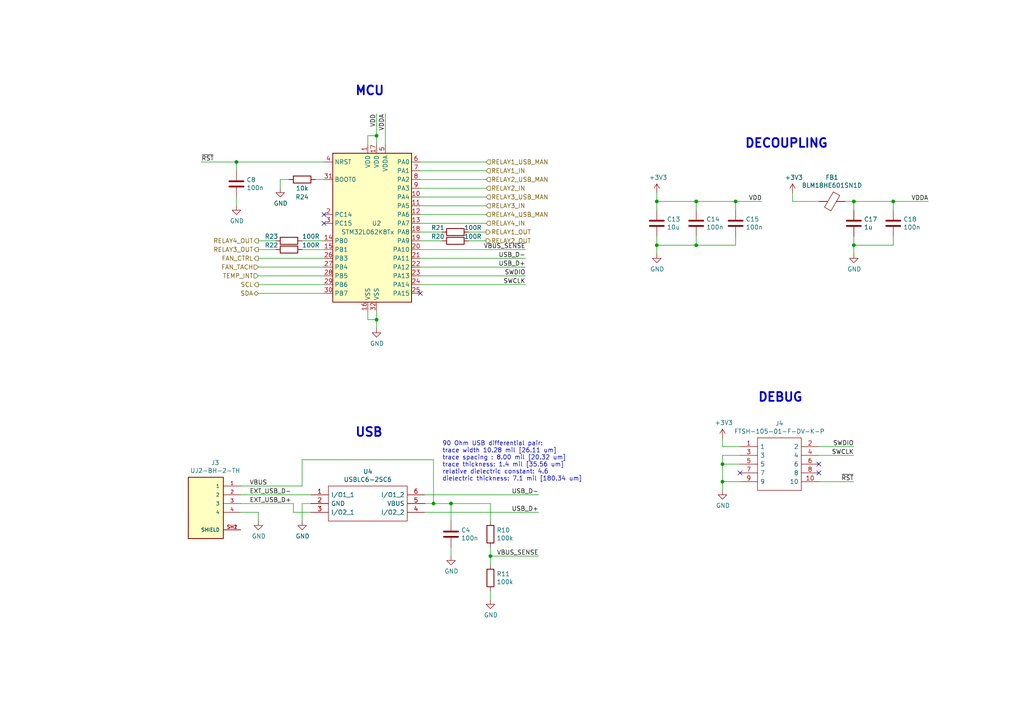
<source format=kicad_sch>
(kicad_sch (version 20211123) (generator eeschema)
  (paper "A4")
  (title_block (title "PRS MCU") (date "2021-10-12") (rev "1.0") (company "Deeply Embedded OÜ") (comment 1 "Designed by: Priit Tänav"))
  (lib_symbols
    (symbol "Device:C" (pin_numbers hide) (pin_names (offset 0.254))
      (property "Reference" "C" (at 0.635 2.54 0))
      (property "Value" "C" (at 0.635 -2.54 0))
      (symbol "C_0_1"
        (polyline (pts (xy -2.032 -0.762) (xy 2.032 -0.762)) (stroke (width 0.508)))
        (polyline (pts (xy -2.032 0.762) (xy 2.032 0.762)) (stroke (width 0.508)))
      )
      (symbol "C_1_1"
        (pin passive line (at 0 3.81 270) (length 2.794) (name "~") (number "1"))
        (pin passive line (at 0 -3.81 90) (length 2.794) (name "~") (number "2"))
      )
    )
    (symbol "Device:R" (pin_numbers hide) (pin_names (offset 0))
      (property "Reference" "R" (at 2.032 0 90))
      (property "Value" "R" (at 0 0 90))
      (symbol "R_0_1"
        (rectangle (start -1.016 -2.54) (end 1.016 2.54) (stroke (width 0.254)))
      )
      (symbol "R_1_1"
        (pin passive line (at 0 3.81 270) (length 1.27) (name "~") (number "1"))
        (pin passive line (at 0 -3.81 90) (length 1.27) (name "~") (number "2"))
      )
    )
    (symbol "FTSH-105-01-F-DV-K-P:FTSH-105-01-F-DV-K-P" (pin_names (offset 0.762))
      (property "Reference" "J" (at 19.05 7.62 0))
      (property "Value" "FTSH-105-01-F-DV-K-P" (at 19.05 5.08 0))
      (symbol "FTSH-105-01-F-DV-K-P_0_0"
        (pin passive line (at 0 0 0) (length 5.08) (name "1") (number "1"))
        (pin passive line (at 22.86 -10.16 180) (length 5.08) (name "10") (number "10"))
        (pin passive line (at 22.86 0 180) (length 5.08) (name "2") (number "2"))
        (pin passive line (at 0 -2.54 0) (length 5.08) (name "3") (number "3"))
        (pin passive line (at 22.86 -2.54 180) (length 5.08) (name "4") (number "4"))
        (pin passive line (at 0 -5.08 0) (length 5.08) (name "5") (number "5"))
        (pin passive line (at 22.86 -5.08 180) (length 5.08) (name "6") (number "6"))
        (pin passive line (at 0 -7.62 0) (length 5.08) (name "7") (number "7"))
        (pin passive line (at 22.86 -7.62 180) (length 5.08) (name "8") (number "8"))
        (pin passive line (at 0 -10.16 0) (length 5.08) (name "9") (number "9"))
      )
      (symbol "FTSH-105-01-F-DV-K-P_0_1"
        (polyline (pts (xy 5.08 2.54) (xy 17.78 2.54) (xy 17.78 -12.7) (xy 5.08 -12.7) (xy 5.08 2.54)) (stroke (width 0.1524)))
      )
    )
    (symbol "MCU_ST_STM32L0:STM32L062K8Tx"
      (property "Reference" "U" (at -12.7 21.59 0))
      (property "Value" "STM32L062K8Tx" (at 5.08 21.59 0))
      (symbol "STM32L062K8Tx_0_1"
        (rectangle (start -12.7 -22.86) (end 10.16 20.32) (stroke (width 0.254)) (fill (type background)))
      )
      (symbol "STM32L062K8Tx_1_1"
        (pin power_in line (at -2.54 22.86 270) (length 2.54) (name "VDD") (number "1"))
        (pin bidirectional line (at 12.7 7.62 180) (length 2.54) (name "PA4") (number "10"))
        (pin bidirectional line (at 12.7 5.08 180) (length 2.54) (name "PA5") (number "11"))
        (pin bidirectional line (at 12.7 2.54 180) (length 2.54) (name "PA6") (number "12"))
        (pin bidirectional line (at 12.7 0 180) (length 2.54) (name "PA7") (number "13"))
        (pin bidirectional line (at -15.24 -5.08 0) (length 2.54) (name "PB0") (number "14"))
        (pin bidirectional line (at -15.24 -7.62 0) (length 2.54) (name "PB1") (number "15"))
        (pin power_in line (at -2.54 -25.4 90) (length 2.54) (name "VSS") (number "16"))
        (pin power_in line (at 0 22.86 270) (length 2.54) (name "VDD") (number "17"))
        (pin bidirectional line (at 12.7 -2.54 180) (length 2.54) (name "PA8") (number "18"))
        (pin bidirectional line (at 12.7 -5.08 180) (length 2.54) (name "PA9") (number "19"))
        (pin bidirectional line (at -15.24 2.54 0) (length 2.54) (name "PC14") (number "2"))
        (pin bidirectional line (at 12.7 -7.62 180) (length 2.54) (name "PA10") (number "20"))
        (pin bidirectional line (at 12.7 -10.16 180) (length 2.54) (name "PA11") (number "21"))
        (pin bidirectional line (at 12.7 -12.7 180) (length 2.54) (name "PA12") (number "22"))
        (pin bidirectional line (at 12.7 -15.24 180) (length 2.54) (name "PA13") (number "23"))
        (pin bidirectional line (at 12.7 -17.78 180) (length 2.54) (name "PA14") (number "24"))
        (pin bidirectional line (at 12.7 -20.32 180) (length 2.54) (name "PA15") (number "25"))
        (pin bidirectional line (at -15.24 -10.16 0) (length 2.54) (name "PB3") (number "26"))
        (pin bidirectional line (at -15.24 -12.7 0) (length 2.54) (name "PB4") (number "27"))
        (pin bidirectional line (at -15.24 -15.24 0) (length 2.54) (name "PB5") (number "28"))
        (pin bidirectional line (at -15.24 -17.78 0) (length 2.54) (name "PB6") (number "29"))
        (pin bidirectional line (at -15.24 0 0) (length 2.54) (name "PC15") (number "3"))
        (pin bidirectional line (at -15.24 -20.32 0) (length 2.54) (name "PB7") (number "30"))
        (pin input line (at -15.24 12.7 0) (length 2.54) (name "BOOT0") (number "31"))
        (pin power_in line (at 0 -25.4 90) (length 2.54) (name "VSS") (number "32"))
        (pin input line (at -15.24 17.78 0) (length 2.54) (name "NRST") (number "4"))
        (pin power_in line (at 2.54 22.86 270) (length 2.54) (name "VDDA") (number "5"))
        (pin bidirectional line (at 12.7 17.78 180) (length 2.54) (name "PA0") (number "6"))
        (pin bidirectional line (at 12.7 15.24 180) (length 2.54) (name "PA1") (number "7"))
        (pin bidirectional line (at 12.7 12.7 180) (length 2.54) (name "PA2") (number "8"))
        (pin bidirectional line (at 12.7 10.16 180) (length 2.54) (name "PA3") (number "9"))
      )
    )
    (symbol "PRS_relay_board-rescue:+3.3V-power" (power) (pin_names (offset 0))
      (property "Value" "+3.3V-power" (at 0 3.556 0))
      (symbol "+3.3V-power_0_1"
        (polyline (pts (xy -0.762 1.27) (xy 0 2.54)))
        (polyline (pts (xy 0 0) (xy 0 2.54)))
        (polyline (pts (xy 0 2.54) (xy 0.762 1.27)))
      )
      (symbol "+3.3V-power_1_1"
        (pin power_in line (at 0 0 90) (length 0) hide (name "+3V3") (number "1"))
      )
    )
    (symbol "PRS_relay_board-rescue:Ferrite_Bead-Device" (pin_numbers hide) (pin_names (offset 0))
      (property "Reference" "FB" (at -3.81 0.635 90))
      (property "Value" "Ferrite_Bead-Device" (at 3.81 0 90))
      (symbol "Ferrite_Bead-Device_0_1"
        (polyline (pts (xy 0 -1.27) (xy 0 -1.2192)))
        (polyline (pts (xy 0 1.27) (xy 0 1.2954)))
        (polyline (pts (xy -2.7686 0.4064) (xy -1.7018 2.2606) (xy 2.7686 -0.3048) (xy 1.6764 -2.159) (xy -2.7686 0.4064)))
      )
      (symbol "Ferrite_Bead-Device_1_1"
        (pin passive line (at 0 3.81 270) (length 2.54) (name "~") (number "1"))
        (pin passive line (at 0 -3.81 90) (length 2.54) (name "~") (number "2"))
      )
    )
    (symbol "UJ2-BH-2-TH:UJ2-BH-2-TH" (pin_names (offset 1.016))
      (property "Reference" "J" (at -5.08 7.62 0))
      (property "Value" "UJ2-BH-2-TH" (at -5.08 -12.7254 0))
      (symbol "UJ2-BH-2-TH_0_0"
        (rectangle (start -5.08 -10.16) (end 5.08 7.62) (stroke (width 0.254)) (fill (type background)))
        (pin passive line (at 10.16 5.08 180) (length 5.08) (name "1") (number "1"))
        (pin passive line (at 10.16 2.54 180) (length 5.08) (name "2") (number "2"))
        (pin passive line (at 10.16 0 180) (length 5.08) (name "3") (number "3"))
        (pin passive line (at 10.16 -2.54 180) (length 5.08) (name "4") (number "4"))
        (pin passive line (at 10.16 -7.62 180) (length 5.08) (name "SHIELD") (number "SH1"))
        (pin passive line (at 10.16 -7.62 180) (length 5.08) (name "SHIELD") (number "SH2"))
      )
    )
    (symbol "USBLC6-2SC6:USBLC6-2SC6" (pin_names (offset 0.762))
      (property "Reference" "IC" (at 29.21 7.62 0))
      (property "Value" "USBLC6-2SC6" (at 29.21 5.08 0))
      (symbol "USBLC6-2SC6_0_0"
        (pin passive line (at 0 0 0) (length 5.08) (name "I/O1_1") (number "1"))
        (pin passive line (at 0 -2.54 0) (length 5.08) (name "GND") (number "2"))
        (pin passive line (at 0 -5.08 0) (length 5.08) (name "I/O2_1") (number "3"))
        (pin passive line (at 33.02 -5.08 180) (length 5.08) (name "I/O2_2") (number "4"))
        (pin passive line (at 33.02 -2.54 180) (length 5.08) (name "VBUS") (number "5"))
        (pin passive line (at 33.02 0 180) (length 5.08) (name "I/O1_2") (number "6"))
      )
      (symbol "USBLC6-2SC6_0_1"
        (polyline (pts (xy 5.08 2.54) (xy 27.94 2.54) (xy 27.94 -7.62) (xy 5.08 -7.62) (xy 5.08 2.54)) (stroke (width 0.1524)))
      )
    )
    (symbol "power:GND" (power) (pin_names (offset 0))
      (property "Value" "GND" (at 0 -3.81 0))
      (symbol "GND_0_1"
        (polyline (pts (xy 0 0) (xy 0 -1.27) (xy 1.27 -1.27) (xy 0 -2.54) (xy -1.27 -1.27) (xy 0 -1.27)))
      )
      (symbol "GND_1_1"
        (pin power_in line (at 0 0 270) (length 0) hide (name "GND") (number "1"))
      )
    )
  )
  (junction (at 209.55 139.7))
  (junction (at 201.93 71.12))
  (junction (at 259.08 58.42))
  (junction (at 109.22 92.71))
  (junction (at 142.24 161.29))
  (junction (at 68.58 46.99))
  (junction (at 247.65 71.12))
  (junction (at 247.65 58.42))
  (junction (at 130.81 146.05))
  (junction (at 209.55 134.62))
  (junction (at 109.22 39.37))
  (junction (at 190.5 71.12))
  (junction (at 213.36 58.42))
  (junction (at 201.93 58.42))
  (junction (at 125.73 146.05))
  (junction (at 190.5 58.42))
  (no_connect (at 237.49 134.62))
  (no_connect (at 237.49 137.16))
  (no_connect (at 121.92 85.09))
  (no_connect (at 93.98 64.77))
  (no_connect (at 93.98 62.23))
  (no_connect (at 214.63 137.16))
  (wire (pts (xy 81.28 52.07) (xy 81.28 54.61)))
  (wire (pts (xy 106.68 92.71) (xy 109.22 92.71)))
  (wire (pts (xy 140.97 59.69) (xy 121.92 59.69)))
  (wire (pts (xy 125.73 133.35) (xy 125.73 146.05)))
  (wire (pts (xy 109.22 39.37) (xy 109.22 41.91)))
  (wire (pts (xy 209.55 129.54) (xy 209.55 127)))
  (wire (pts (xy 109.22 92.71) (xy 109.22 95.25)))
  (wire (pts (xy 237.49 139.7) (xy 247.65 139.7)))
  (wire (pts (xy 259.08 71.12) (xy 259.08 68.58)))
  (wire (pts (xy 213.36 58.42) (xy 213.36 60.96)))
  (wire (pts (xy 93.98 85.09) (xy 74.93 85.09)))
  (wire (pts (xy 90.17 143.51) (xy 69.85 143.51)))
  (wire (pts (xy 87.63 146.05) (xy 87.63 151.13)))
  (wire (pts (xy 109.22 92.71) (xy 109.22 90.17)))
  (wire (pts (xy 201.93 58.42) (xy 213.36 58.42)))
  (wire (pts (xy 237.49 132.08) (xy 247.65 132.08)))
  (wire (pts (xy 87.63 133.35) (xy 125.73 133.35)))
  (wire (pts (xy 93.98 80.01) (xy 74.93 80.01)))
  (wire (pts (xy 123.19 146.05) (xy 125.73 146.05)))
  (wire (pts (xy 68.58 46.99) (xy 93.98 46.99)))
  (wire (pts (xy 229.87 55.88) (xy 229.87 58.42)))
  (wire (pts (xy 74.93 77.47) (xy 93.98 77.47)))
  (wire (pts (xy 214.63 132.08) (xy 209.55 132.08)))
  (wire (pts (xy 80.01 69.85) (xy 74.93 69.85)))
  (wire (pts (xy 190.5 71.12) (xy 190.5 68.58)))
  (wire (pts (xy 83.82 52.07) (xy 81.28 52.07)))
  (wire (pts (xy 121.92 74.93) (xy 152.4 74.93)))
  (wire (pts (xy 121.92 54.61) (xy 140.97 54.61)))
  (wire (pts (xy 90.17 146.05) (xy 87.63 146.05)))
  (wire (pts (xy 111.76 41.91) (xy 111.76 33.02)))
  (wire (pts (xy 121.92 80.01) (xy 152.4 80.01)))
  (wire (pts (xy 106.68 41.91) (xy 106.68 39.37)))
  (wire (pts (xy 201.93 68.58) (xy 201.93 71.12)))
  (wire (pts (xy 214.63 129.54) (xy 209.55 129.54)))
  (wire (pts (xy 142.24 171.45) (xy 142.24 173.99)))
  (wire (pts (xy 140.97 46.99) (xy 121.92 46.99)))
  (wire (pts (xy 130.81 146.05) (xy 142.24 146.05)))
  (wire (pts (xy 121.92 57.15) (xy 140.97 57.15)))
  (wire (pts (xy 190.5 58.42) (xy 201.93 58.42)))
  (wire (pts (xy 123.19 143.51) (xy 156.21 143.51)))
  (wire (pts (xy 140.97 49.53) (xy 121.92 49.53)))
  (wire (pts (xy 247.65 68.58) (xy 247.65 71.12)))
  (wire (pts (xy 85.09 146.05) (xy 85.09 148.59)))
  (wire (pts (xy 247.65 71.12) (xy 247.65 73.66)))
  (wire (pts (xy 128.27 69.85) (xy 121.92 69.85)))
  (wire (pts (xy 237.49 129.54) (xy 247.65 129.54)))
  (wire (pts (xy 247.65 71.12) (xy 259.08 71.12)))
  (wire (pts (xy 128.27 67.31) (xy 121.92 67.31)))
  (wire (pts (xy 201.93 71.12) (xy 190.5 71.12)))
  (wire (pts (xy 140.97 52.07) (xy 121.92 52.07)))
  (wire (pts (xy 214.63 134.62) (xy 209.55 134.62)))
  (wire (pts (xy 130.81 161.29) (xy 130.81 158.75)))
  (wire (pts (xy 93.98 74.93) (xy 74.93 74.93)))
  (wire (pts (xy 106.68 90.17) (xy 106.68 92.71)))
  (wire (pts (xy 142.24 158.75) (xy 142.24 161.29)))
  (wire (pts (xy 90.17 148.59) (xy 85.09 148.59)))
  (wire (pts (xy 123.19 148.59) (xy 156.21 148.59)))
  (wire (pts (xy 190.5 60.96) (xy 190.5 58.42)))
  (wire (pts (xy 190.5 71.12) (xy 190.5 73.66)))
  (wire (pts (xy 121.92 82.55) (xy 152.4 82.55)))
  (wire (pts (xy 142.24 161.29) (xy 156.21 161.29)))
  (wire (pts (xy 201.93 71.12) (xy 213.36 71.12)))
  (wire (pts (xy 209.55 132.08) (xy 209.55 134.62)))
  (wire (pts (xy 247.65 58.42) (xy 259.08 58.42)))
  (wire (pts (xy 121.92 77.47) (xy 152.4 77.47)))
  (wire (pts (xy 121.92 72.39) (xy 152.4 72.39)))
  (wire (pts (xy 106.68 39.37) (xy 109.22 39.37)))
  (wire (pts (xy 247.65 58.42) (xy 247.65 60.96)))
  (wire (pts (xy 68.58 59.69) (xy 68.58 57.15)))
  (wire (pts (xy 69.85 140.97) (xy 87.63 140.97)))
  (wire (pts (xy 140.97 62.23) (xy 121.92 62.23)))
  (wire (pts (xy 259.08 58.42) (xy 259.08 60.96)))
  (wire (pts (xy 247.65 58.42) (xy 245.11 58.42)))
  (wire (pts (xy 142.24 146.05) (xy 142.24 151.13)))
  (wire (pts (xy 213.36 58.42) (xy 220.98 58.42)))
  (wire (pts (xy 74.93 148.59) (xy 74.93 151.13)))
  (wire (pts (xy 69.85 146.05) (xy 85.09 146.05)))
  (wire (pts (xy 87.63 133.35) (xy 87.63 140.97)))
  (wire (pts (xy 87.63 72.39) (xy 93.98 72.39)))
  (wire (pts (xy 121.92 64.77) (xy 140.97 64.77)))
  (wire (pts (xy 140.97 67.31) (xy 135.89 67.31)))
  (wire (pts (xy 213.36 68.58) (xy 213.36 71.12)))
  (wire (pts (xy 109.22 39.37) (xy 109.22 33.02)))
  (wire (pts (xy 93.98 69.85) (xy 87.63 69.85)))
  (wire (pts (xy 209.55 134.62) (xy 209.55 139.7)))
  (wire (pts (xy 201.93 58.42) (xy 201.93 60.96)))
  (wire (pts (xy 135.89 69.85) (xy 140.97 69.85)))
  (wire (pts (xy 68.58 46.99) (xy 58.42 46.99)))
  (wire (pts (xy 190.5 55.88) (xy 190.5 58.42)))
  (wire (pts (xy 142.24 161.29) (xy 142.24 163.83)))
  (wire (pts (xy 130.81 146.05) (xy 130.81 151.13)))
  (wire (pts (xy 74.93 82.55) (xy 93.98 82.55)))
  (wire (pts (xy 68.58 49.53) (xy 68.58 46.99)))
  (wire (pts (xy 214.63 139.7) (xy 209.55 139.7)))
  (wire (pts (xy 93.98 52.07) (xy 91.44 52.07)))
  (wire (pts (xy 125.73 146.05) (xy 130.81 146.05)))
  (wire (pts (xy 74.93 72.39) (xy 80.01 72.39)))
  (wire (pts (xy 209.55 139.7) (xy 209.55 142.24)))
  (wire (pts (xy 259.08 58.42) (xy 269.24 58.42)))
  (wire (pts (xy 237.49 58.42) (xy 229.87 58.42)))
  (wire (pts (xy 69.85 148.59) (xy 74.93 148.59)))
  (text "DEBUG" (at 219.71 116.84 0) (effects (font (size 2.54 2.54) (thickness 0.508) bold) (justify left bottom)))
  (text "90 Ohm USB differential pair:\ntrace width 10.28 mil [26.11 um]\ntrace spacing : 8.00 mil [20.32 um]\ntrace thickness: 1.4 mil [35.56 um]\nrelative dielectric constant: 4.6\ndielectric thickness: 7.1 mil [180.34 um]" (at 128.27 139.7 0) (effects (font (size 1.27 1.27)) (justify left bottom)))
  (text "USB" (at 102.87 127 0) (effects (font (size 2.54 2.54) (thickness 0.508) bold) (justify left bottom)))
  (text "MCU" (at 102.87 27.94 0) (effects (font (size 2.54 2.54) (thickness 0.508) bold) (justify left bottom)))
  (text "DECOUPLING" (at 215.9 43.18 0) (effects (font (size 2.54 2.54) (thickness 0.508) bold) (justify left bottom)))
  (label "VDD" (at 109.22 33.02 270))
  (label "USB_D-" (at 156.21 143.51 180))
  (label "~{RST}" (at 247.65 139.7 180))
  (label "VBUS_SENSE" (at 156.21 161.29 180))
  (label "EXT_USB_D-" (at 72.39 143.51 0))
  (label "VDDA" (at 111.76 33.02 270))
  (label "SWDIO" (at 152.4 80.01 180))
  (label "VDDA" (at 269.24 58.42 180))
  (label "SWDIO" (at 247.65 129.54 180))
  (label "VBUS_SENSE" (at 152.4 72.39 180))
  (label "SWCLK" (at 247.65 132.08 180))
  (label "~{RST}" (at 58.42 46.99 0))
  (label "VBUS" (at 72.39 140.97 0))
  (label "VDD" (at 220.98 58.42 180))
  (label "SWCLK" (at 152.4 82.55 180))
  (label "USB_D+" (at 156.21 148.59 180))
  (label "EXT_USB_D+" (at 72.39 146.05 0))
  (label "USB_D+" (at 152.4 77.47 180))
  (label "USB_D-" (at 152.4 74.93 180))
  (hierarchical_label "FAN_TACH" (shape input) (at 74.93 77.47 180))
  (hierarchical_label "RELAY2_USB_MAN" (shape input) (at 140.97 52.07 0))
  (hierarchical_label "RELAY3_IN" (shape input) (at 140.97 59.69 0))
  (hierarchical_label "RELAY4_OUT" (shape output) (at 74.93 69.85 180))
  (hierarchical_label "RELAY4_IN" (shape input) (at 140.97 64.77 0))
  (hierarchical_label "RELAY2_IN" (shape input) (at 140.97 54.61 0))
  (hierarchical_label "SDA" (shape bidirectional) (at 74.93 85.09 180))
  (hierarchical_label "RELAY3_OUT" (shape output) (at 74.93 72.39 180))
  (hierarchical_label "RELAY4_USB_MAN" (shape input) (at 140.97 62.23 0))
  (hierarchical_label "TEMP_INT" (shape input) (at 74.93 80.01 180))
  (hierarchical_label "RELAY3_USB_MAN" (shape input) (at 140.97 57.15 0))
  (hierarchical_label "RELAY1_IN" (shape input) (at 140.97 49.53 0))
  (hierarchical_label "RELAY2_OUT" (shape output) (at 140.97 69.85 0))
  (hierarchical_label "RELAY1_OUT" (shape output) (at 140.97 67.31 0))
  (hierarchical_label "SCL" (shape output) (at 74.93 82.55 180))
  (hierarchical_label "FAN_CTRL" (shape output) (at 74.93 74.93 180))
  (hierarchical_label "RELAY1_USB_MAN" (shape input) (at 140.97 46.99 0))
  (symbol (lib_id "UJ2-BH-2-TH:UJ2-BH-2-TH") (at 59.69 146.05 0) (unit 1)
    (property "Reference" "J3" (at 62.4078 134.1882 0))
    (property "Value" "UJ2-BH-2-TH" (at 62.4078 136.4996 0))
    (property "Footprint" "UJ2-BH-2-TH:CUI_UJ2-BH-2-TH" (effects hide))
    (property "MANUFACTURER" "CUI INC" (effects hide))
    (property "STANDARD" "MANUFACTURER RECOMENDATION" (effects hide))
    (property "PART_REV" "1.0" (effects hide))
  )
  (symbol (lib_id "Device:C") (at 68.58 53.34 0) (unit 1)
    (property "Reference" "C8" (at 71.501 52.1716 0) (effects (justify left)))
    (property "Value" "100n" (at 71.501 54.483 0) (effects (justify left)))
    (property "Footprint" "Capacitor_SMD:C_0603_1608Metric_Pad1.08x0.95mm_HandSolder" (effects hide))
    (property "Description" "CAP CER 100n 10% X7R 16V 0603" (effects hide))
  )
  (symbol (lib_id "power:GND") (at 68.58 59.69 0) (unit 1)
    (property "Reference" "#PWR041" (effects hide))
    (property "Value" "GND" (at 68.707 64.0842 0))
  )
  (symbol (lib_id "Device:R") (at 87.63 52.07 270) (unit 1)
    (property "Reference" "R24" (at 87.63 57.15 90))
    (property "Value" "10k" (at 87.63 54.61 90))
    (property "Footprint" "Resistor_SMD:R_0603_1608Metric_Pad0.98x0.95mm_HandSolder" (effects hide))
    (property "Description" "RES 10k 5% 100mW 0603" (effects hide))
  )
  (symbol (lib_id "power:GND") (at 81.28 54.61 0) (unit 1)
    (property "Reference" "#PWR046" (effects hide))
    (property "Value" "GND" (at 81.407 59.0042 0))
  )
  (symbol (lib_id "power:GND") (at 109.22 95.25 0) (unit 1)
    (property "Reference" "#PWR047" (effects hide))
    (property "Value" "GND" (at 109.347 99.6442 0))
  )
  (symbol (lib_id "Device:R") (at 132.08 69.85 90) (unit 1)
    (property "Reference" "R20" (at 127 68.58 90))
    (property "Value" "100R" (at 137.16 68.58 90))
    (property "Footprint" "Resistor_SMD:R_0603_1608Metric_Pad0.98x0.95mm_HandSolder" (effects hide))
    (property "Description" "RES 100R 5% 100mW 0603" (effects hide))
  )
  (symbol (lib_id "Device:R") (at 132.08 67.31 90) (unit 1)
    (property "Reference" "R21" (at 127 66.04 90))
    (property "Value" "100R" (at 137.16 66.04 90))
    (property "Footprint" "Resistor_SMD:R_0603_1608Metric_Pad0.98x0.95mm_HandSolder" (effects hide))
    (property "Description" "RES 100R 5% 100mW 0603" (effects hide))
  )
  (symbol (lib_id "Device:R") (at 83.82 72.39 270) (unit 1)
    (property "Reference" "R22" (at 78.74 71.12 90))
    (property "Value" "100R" (at 90.17 71.12 90))
    (property "Footprint" "Resistor_SMD:R_0603_1608Metric_Pad0.98x0.95mm_HandSolder" (effects hide))
    (property "Description" "RES 100R 5% 100mW 0603" (effects hide))
  )
  (symbol (lib_id "Device:R") (at 83.82 69.85 270) (unit 1)
    (property "Reference" "R23" (at 78.74 68.58 90))
    (property "Value" "100R" (at 90.17 68.58 90))
    (property "Footprint" "Resistor_SMD:R_0603_1608Metric_Pad0.98x0.95mm_HandSolder" (effects hide))
    (property "Description" "RES 100R 5% 100mW 0603" (effects hide))
  )
  (symbol (lib_id "USBLC6-2SC6:USBLC6-2SC6") (at 90.17 143.51 0) (unit 1)
    (property "Reference" "U4" (at 106.68 136.779 0))
    (property "Value" "USBLC6-2SC6" (at 106.68 139.0904 0))
    (property "Footprint" "USBLC6-4SC6:SOT95P280X145-6N" (effects hide))
    (property "Datasheet" "http://www.st.com/st-web-ui/static/active/en/resource/technical/document/datasheet/CD00050750.pdf" (effects hide))
    (property "Description" "TVS Diode Array Uni-Directional USBLC6-2SC6 17V, SOT-23 6-Pin" (effects hide))
    (property "Height" "1.45" (effects hide))
    (property "Manufacturer_Name" "STMicroelectronics" (effects hide))
    (property "Manufacturer_Part_Number" "USBLC6-2SC6" (effects hide))
    (property "Mouser Part Number" "511-USBLC6-2SC6" (effects hide))
    (property "Mouser Price/Stock" "https://www.mouser.co.uk/ProductDetail/STMicroelectronics/USBLC6-2SC6?qs=po45yt2pPpu%2FhNIlwQdTlg%3D%3D" (effects hide))
    (property "Arrow Part Number" "USBLC6-2SC6" (effects hide))
    (property "Arrow Price/Stock" "https://www.arrow.com/en/products/usblc6-2sc6/stmicroelectronics?region=nac" (effects hide))
  )
  (symbol (lib_id "MCU_ST_STM32L0:STM32L062K8Tx") (at 109.22 64.77 0) (unit 1)
    (property "Reference" "U2" (at 109.22 64.77 0))
    (property "Value" "STM32L062K8Tx" (at 106.68 67.31 0))
    (property "Footprint" "Package_QFP:LQFP-32_7x7mm_P0.8mm" (effects hide))
    (property "Datasheet" "http://www.st.com/st-web-ui/static/active/en/resource/technical/document/datasheet/DM00108218.pdf" (effects hide))
  )
  (symbol (lib_id "PRS_relay_board-rescue:+3.3V-power") (at 190.5 55.88 0) (unit 1)
    (property "Reference" "#PWR054" (effects hide))
    (property "Value" "+3.3V" (at 190.881 51.4858 0))
  )
  (symbol (lib_id "Device:C") (at 190.5 64.77 0) (unit 1)
    (property "Reference" "C13" (at 193.421 63.6016 0) (effects (justify left)))
    (property "Value" "10u" (at 193.421 65.913 0) (effects (justify left)))
    (property "Footprint" "Capacitor_SMD:C_1206_3216Metric_Pad1.33x1.80mm_HandSolder" (effects hide))
    (property "Description" "CAP CER 10u 10% X7R 16V 1206" (effects hide))
  )
  (symbol (lib_id "power:GND") (at 190.5 73.66 0) (unit 1)
    (property "Reference" "#PWR055" (effects hide))
    (property "Value" "GND" (at 190.627 78.0542 0))
  )
  (symbol (lib_id "Device:C") (at 201.93 64.77 0) (unit 1)
    (property "Reference" "C14" (at 204.851 63.6016 0) (effects (justify left)))
    (property "Value" "100n" (at 204.851 65.913 0) (effects (justify left)))
    (property "Footprint" "Capacitor_SMD:C_0603_1608Metric_Pad1.08x0.95mm_HandSolder" (effects hide))
    (property "Description" "CAP CER 100n 10% X7R 16V 0603" (effects hide))
  )
  (symbol (lib_id "Device:C") (at 213.36 64.77 0) (unit 1)
    (property "Reference" "C15" (at 216.281 63.6016 0) (effects (justify left)))
    (property "Value" "100n" (at 216.281 65.913 0) (effects (justify left)))
    (property "Footprint" "Capacitor_SMD:C_0603_1608Metric_Pad1.08x0.95mm_HandSolder" (effects hide))
    (property "Description" "CAP CER 100n 10% X7R 16V 0603" (effects hide))
  )
  (symbol (lib_id "Device:C") (at 247.65 64.77 0) (unit 1)
    (property "Reference" "C17" (at 250.571 63.6016 0) (effects (justify left)))
    (property "Value" "1u" (at 250.571 65.913 0) (effects (justify left)))
    (property "Footprint" "Capacitor_SMD:C_0603_1608Metric_Pad1.08x0.95mm_HandSolder" (effects hide))
    (property "Description" "CAP CER 1u 10% X7R 16V 0603" (effects hide))
  )
  (symbol (lib_id "Device:C") (at 259.08 64.77 0) (unit 1)
    (property "Reference" "C18" (at 262.001 63.6016 0) (effects (justify left)))
    (property "Value" "100n" (at 262.001 65.913 0) (effects (justify left)))
    (property "Footprint" "Capacitor_SMD:C_0603_1608Metric_Pad1.08x0.95mm_HandSolder" (effects hide))
    (property "Description" "CAP CER 100n 10% X7R 16V 0603" (effects hide))
  )
  (symbol (lib_id "PRS_relay_board-rescue:+3.3V-power") (at 229.87 55.88 0) (unit 1)
    (property "Reference" "#PWR063" (effects hide))
    (property "Value" "+3.3V" (at 230.251 51.4858 0))
  )
  (symbol (lib_id "power:GND") (at 247.65 73.66 0) (unit 1)
    (property "Reference" "#PWR068" (effects hide))
    (property "Value" "GND" (at 247.777 78.0542 0))
  )
  (symbol (lib_id "PRS_relay_board-rescue:Ferrite_Bead-Device") (at 241.3 58.42 270) (unit 1)
    (property "Reference" "FB1" (at 241.3 51.4604 90))
    (property "Value" "BLM18HE601SN1D" (at 241.3 53.7718 90))
    (property "Footprint" "Resistor_SMD:R_0603_1608Metric_Pad0.98x0.95mm_HandSolder" (effects hide))
  )
  (symbol (lib_id "PRS_relay_board-rescue:+3.3V-power") (at 209.55 127 0) (unit 1)
    (property "Reference" "#PWR058" (effects hide))
    (property "Value" "+3.3V" (at 209.931 122.6058 0))
  )
  (symbol (lib_id "power:GND") (at 209.55 142.24 0) (unit 1)
    (property "Reference" "#PWR059" (effects hide))
    (property "Value" "GND" (at 209.677 146.6342 0))
  )
  (symbol (lib_id "Device:C") (at 130.81 154.94 0) (unit 1)
    (property "Reference" "C4" (at 133.731 153.7716 0) (effects (justify left)))
    (property "Value" "100n" (at 133.731 156.083 0) (effects (justify left)))
    (property "Footprint" "Capacitor_SMD:C_0603_1608Metric_Pad1.08x0.95mm_HandSolder" (effects hide))
    (property "Description" "CAP CER 100n 10% X7R 16V 0603" (effects hide))
  )
  (symbol (lib_id "power:GND") (at 87.63 151.13 0) (unit 1)
    (property "Reference" "#PWR025" (effects hide))
    (property "Value" "GND" (at 87.757 155.5242 0))
  )
  (symbol (lib_id "power:GND") (at 74.93 151.13 0) (unit 1)
    (property "Reference" "#PWR019" (effects hide))
    (property "Value" "GND" (at 75.057 155.5242 0))
  )
  (symbol (lib_id "Device:R") (at 142.24 154.94 0) (unit 1)
    (property "Reference" "R10" (at 144.018 153.7716 0) (effects (justify left)))
    (property "Value" "100k" (at 144.018 156.083 0) (effects (justify left)))
    (property "Footprint" "Resistor_SMD:R_0603_1608Metric_Pad0.98x0.95mm_HandSolder" (effects hide))
    (property "Description" "RES 100k 5% 100mW 0603" (effects hide))
  )
  (symbol (lib_id "Device:R") (at 142.24 167.64 0) (unit 1)
    (property "Reference" "R11" (at 144.018 166.4716 0) (effects (justify left)))
    (property "Value" "100k" (at 144.018 168.783 0) (effects (justify left)))
    (property "Footprint" "Resistor_SMD:R_0603_1608Metric_Pad0.98x0.95mm_HandSolder" (effects hide))
    (property "Description" "RES 100k 5% 100mW 0603" (effects hide))
  )
  (symbol (lib_id "power:GND") (at 142.24 173.99 0) (unit 1)
    (property "Reference" "#PWR032" (effects hide))
    (property "Value" "GND" (at 142.367 178.3842 0))
  )
  (symbol (lib_id "power:GND") (at 130.81 161.29 0) (unit 1)
    (property "Reference" "#PWR028" (effects hide))
    (property "Value" "GND" (at 130.937 165.6842 0))
  )
  (symbol (lib_id "FTSH-105-01-F-DV-K-P:FTSH-105-01-F-DV-K-P") (at 214.63 129.54 0) (unit 1)
    (property "Reference" "J4" (at 226.06 122.809 0))
    (property "Value" "FTSH-105-01-F-DV-K-P" (at 226.06 125.1204 0))
    (property "Footprint" "FTSH-105-01-F-DV-K:FTSH-105-XX-YYY-DV-K-P" (effects hide))
    (property "Datasheet" "http://suddendocs.samtec.com/prints/ftsh-1xx-xx-xxx-dv-xxx-xxx-mkt.pdf" (effects hide))
    (property "Description" "10 Position, High Reliability Header Strips, 0.050&quot; pitch" (effects hide))
    (property "Manufacturer_Name" "SAMTEC" (effects hide))
    (property "Manufacturer_Part_Number" "FTSH-105-01-F-DV-K-P" (effects hide))
    (property "Mouser Part Number" "200-FTSH10501FDVKP" (effects hide))
    (property "Mouser Price/Stock" "https://www.mouser.co.uk/ProductDetail/Samtec/FTSH-105-01-F-DV-K-P?qs=0lQeLiL1qybhAFeR%252BoRWyg%3D%3D" (effects hide))
    (property "Arrow Part Number" "FTSH-105-01-F-DV-K-P" (effects hide))
    (property "Arrow Price/Stock" "https://www.arrow.com/en/products/ftsh-105-01-f-dv-k-p/samtec?region=nac" (effects hide))
  )
)
</source>
